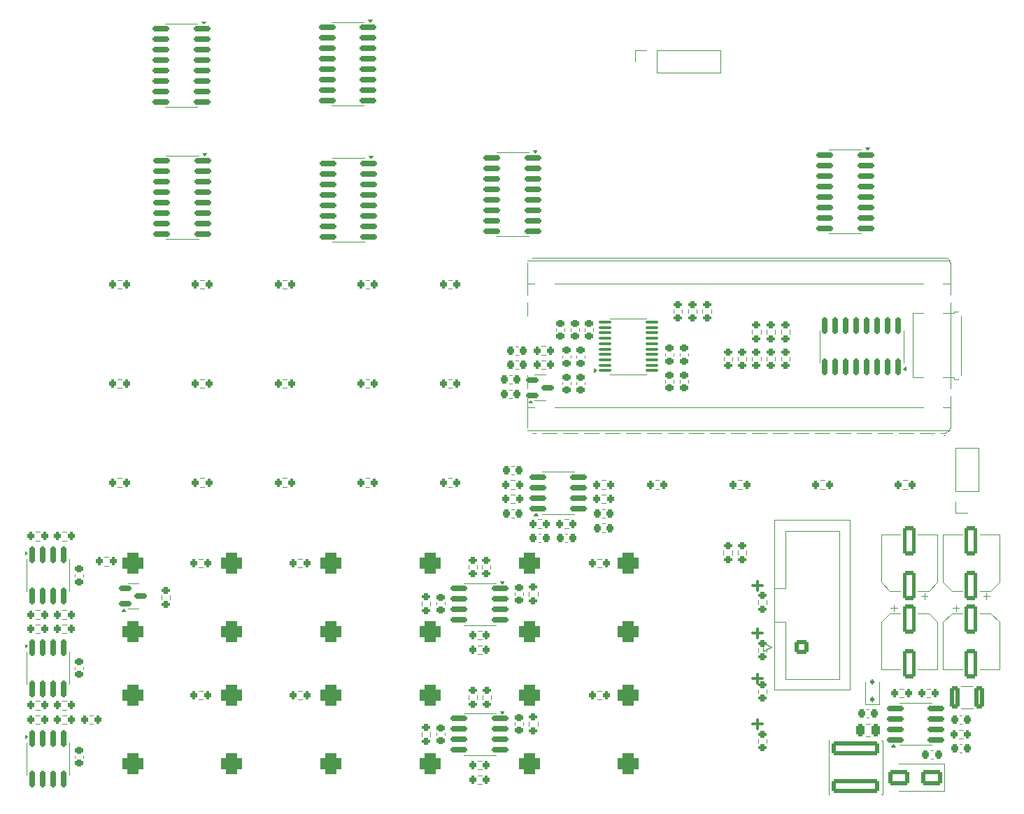
<source format=gbr>
%TF.GenerationSoftware,KiCad,Pcbnew,9.0.1*%
%TF.CreationDate,2025-08-04T13:54:25+01:00*%
%TF.ProjectId,dk2_06,646b325f-3036-42e6-9b69-6361645f7063,rev?*%
%TF.SameCoordinates,Original*%
%TF.FileFunction,Legend,Bot*%
%TF.FilePolarity,Positive*%
%FSLAX46Y46*%
G04 Gerber Fmt 4.6, Leading zero omitted, Abs format (unit mm)*
G04 Created by KiCad (PCBNEW 9.0.1) date 2025-08-04 13:54:25*
%MOMM*%
%LPD*%
G01*
G04 APERTURE LIST*
G04 Aperture macros list*
%AMRoundRect*
0 Rectangle with rounded corners*
0 $1 Rounding radius*
0 $2 $3 $4 $5 $6 $7 $8 $9 X,Y pos of 4 corners*
0 Add a 4 corners polygon primitive as box body*
4,1,4,$2,$3,$4,$5,$6,$7,$8,$9,$2,$3,0*
0 Add four circle primitives for the rounded corners*
1,1,$1+$1,$2,$3*
1,1,$1+$1,$4,$5*
1,1,$1+$1,$6,$7*
1,1,$1+$1,$8,$9*
0 Add four rect primitives between the rounded corners*
20,1,$1+$1,$2,$3,$4,$5,0*
20,1,$1+$1,$4,$5,$6,$7,0*
20,1,$1+$1,$6,$7,$8,$9,0*
20,1,$1+$1,$8,$9,$2,$3,0*%
G04 Aperture macros list end*
%ADD10C,0.300000*%
%ADD11C,0.120000*%
%ADD12C,2.000000*%
%ADD13O,3.100000X2.300000*%
%ADD14RoundRect,0.650000X-0.650000X-0.650000X0.650000X-0.650000X0.650000X0.650000X-0.650000X0.650000X0*%
%ADD15R,1.500000X1.500000*%
%ADD16C,1.500000*%
%ADD17C,1.050000*%
%ADD18R,1.350000X1.350000*%
%ADD19R,1.800000X1.800000*%
%ADD20C,1.800000*%
%ADD21RoundRect,0.200000X0.200000X0.275000X-0.200000X0.275000X-0.200000X-0.275000X0.200000X-0.275000X0*%
%ADD22RoundRect,0.150000X-0.587500X-0.150000X0.587500X-0.150000X0.587500X0.150000X-0.587500X0.150000X0*%
%ADD23RoundRect,0.225000X0.250000X-0.225000X0.250000X0.225000X-0.250000X0.225000X-0.250000X-0.225000X0*%
%ADD24RoundRect,0.225000X0.225000X0.250000X-0.225000X0.250000X-0.225000X-0.250000X0.225000X-0.250000X0*%
%ADD25RoundRect,0.200000X-0.200000X-0.275000X0.200000X-0.275000X0.200000X0.275000X-0.200000X0.275000X0*%
%ADD26RoundRect,0.200000X-0.275000X0.200000X-0.275000X-0.200000X0.275000X-0.200000X0.275000X0.200000X0*%
%ADD27RoundRect,0.250000X-0.550000X1.500000X-0.550000X-1.500000X0.550000X-1.500000X0.550000X1.500000X0*%
%ADD28RoundRect,0.150000X-0.150000X0.825000X-0.150000X-0.825000X0.150000X-0.825000X0.150000X0.825000X0*%
%ADD29RoundRect,0.225000X-0.225000X-0.250000X0.225000X-0.250000X0.225000X0.250000X-0.225000X0.250000X0*%
%ADD30RoundRect,0.200000X0.275000X-0.200000X0.275000X0.200000X-0.275000X0.200000X-0.275000X-0.200000X0*%
%ADD31RoundRect,0.225000X-0.250000X0.225000X-0.250000X-0.225000X0.250000X-0.225000X0.250000X0.225000X0*%
%ADD32RoundRect,0.250000X-0.325000X-1.100000X0.325000X-1.100000X0.325000X1.100000X-0.325000X1.100000X0*%
%ADD33RoundRect,0.150000X0.825000X0.150000X-0.825000X0.150000X-0.825000X-0.150000X0.825000X-0.150000X0*%
%ADD34RoundRect,0.250000X0.550000X-1.500000X0.550000X1.500000X-0.550000X1.500000X-0.550000X-1.500000X0*%
%ADD35RoundRect,0.100000X-0.637500X-0.100000X0.637500X-0.100000X0.637500X0.100000X-0.637500X0.100000X0*%
%ADD36RoundRect,0.112500X0.112500X-0.187500X0.112500X0.187500X-0.112500X0.187500X-0.112500X-0.187500X0*%
%ADD37RoundRect,0.150000X0.150000X-0.825000X0.150000X0.825000X-0.150000X0.825000X-0.150000X-0.825000X0*%
%ADD38RoundRect,0.150000X-0.825000X-0.150000X0.825000X-0.150000X0.825000X0.150000X-0.825000X0.150000X0*%
%ADD39R,1.700000X1.700000*%
%ADD40C,1.700000*%
%ADD41RoundRect,0.250000X0.250000X0.475000X-0.250000X0.475000X-0.250000X-0.475000X0.250000X-0.475000X0*%
%ADD42RoundRect,0.250000X-0.600000X-0.600000X0.600000X-0.600000X0.600000X0.600000X-0.600000X0.600000X0*%
%ADD43RoundRect,0.250000X1.000000X0.650000X-1.000000X0.650000X-1.000000X-0.650000X1.000000X-0.650000X0*%
%ADD44RoundRect,0.250000X2.600000X-0.600000X2.600000X0.600000X-2.600000X0.600000X-2.600000X-0.600000X0*%
%ADD45O,2.720000X3.240000*%
G04 APERTURE END LIST*
D10*
X159054510Y-133020600D02*
X160197368Y-133020600D01*
X159625939Y-132449171D02*
X159625939Y-133592028D01*
X159054510Y-127520600D02*
X160197368Y-127520600D01*
X159625939Y-126949171D02*
X159625939Y-128092028D01*
X159054510Y-138520600D02*
X160197368Y-138520600D01*
X159625939Y-137949171D02*
X159625939Y-139092028D01*
X159054510Y-121770600D02*
X160197368Y-121770600D01*
X159625939Y-121199171D02*
X159625939Y-122342028D01*
D11*
%TO.C,R23*%
X82662258Y-108727500D02*
X82187742Y-108727500D01*
X82662258Y-109772500D02*
X82187742Y-109772500D01*
%TO.C,R27*%
X122662258Y-108727500D02*
X122187742Y-108727500D01*
X122662258Y-109772500D02*
X122187742Y-109772500D01*
%TO.C,U11*%
X133312500Y-96190000D02*
X132662500Y-96190000D01*
X133312500Y-96190000D02*
X133962500Y-96190000D01*
X133312500Y-99310000D02*
X132662500Y-99310000D01*
X133312500Y-99310000D02*
X133962500Y-99310000D01*
X132390000Y-99590000D02*
X131910000Y-99590000D01*
X132150000Y-99260000D01*
X132390000Y-99590000D01*
G36*
X132390000Y-99590000D02*
G01*
X131910000Y-99590000D01*
X132150000Y-99260000D01*
X132390000Y-99590000D01*
G37*
%TO.C,C31*%
X148490000Y-93890580D02*
X148490000Y-93609420D01*
X149510000Y-93890580D02*
X149510000Y-93609420D01*
%TO.C,C7*%
X180890580Y-141740000D02*
X180609420Y-141740000D01*
X180890580Y-142760000D02*
X180609420Y-142760000D01*
%TO.C,R29*%
X125762742Y-127227500D02*
X126237258Y-127227500D01*
X125762742Y-128272500D02*
X126237258Y-128272500D01*
%TO.C,R72*%
X72262742Y-135727500D02*
X72737258Y-135727500D01*
X72262742Y-136772500D02*
X72737258Y-136772500D01*
%TO.C,R1*%
X159727500Y-123512742D02*
X159727500Y-123987258D01*
X160772500Y-123512742D02*
X160772500Y-123987258D01*
%TO.C,R22*%
X122662258Y-96727500D02*
X122187742Y-96727500D01*
X122662258Y-97772500D02*
X122187742Y-97772500D01*
%TO.C,C36*%
X76990000Y-120640580D02*
X76990000Y-120359420D01*
X78010000Y-120640580D02*
X78010000Y-120359420D01*
%TO.C,R61*%
X133987258Y-92727500D02*
X133512742Y-92727500D01*
X133987258Y-93772500D02*
X133512742Y-93772500D01*
%TO.C,R17*%
X122662258Y-84727500D02*
X122187742Y-84727500D01*
X122662258Y-85772500D02*
X122187742Y-85772500D01*
%TO.C,R64*%
X75512742Y-124727500D02*
X75987258Y-124727500D01*
X75512742Y-125772500D02*
X75987258Y-125772500D01*
%TO.C,R18*%
X82662258Y-96727500D02*
X82187742Y-96727500D01*
X82662258Y-97772500D02*
X82187742Y-97772500D01*
%TO.C,R75*%
X92012742Y-134477500D02*
X92487258Y-134477500D01*
X92012742Y-135522500D02*
X92487258Y-135522500D01*
%TO.C,C14*%
X174590000Y-126154437D02*
X174590000Y-131910000D01*
X174590000Y-131910000D02*
X176940000Y-131910000D01*
X175654437Y-125090000D02*
X174590000Y-126154437D01*
X175654437Y-125090000D02*
X176940000Y-125090000D01*
X175758750Y-124456250D02*
X176546250Y-124456250D01*
X176152500Y-124062500D02*
X176152500Y-124850000D01*
X180345563Y-125090000D02*
X179060000Y-125090000D01*
X180345563Y-125090000D02*
X181410000Y-126154437D01*
X181410000Y-126154437D02*
X181410000Y-131910000D01*
X181410000Y-131910000D02*
X179060000Y-131910000D01*
%TO.C,R76*%
X78762742Y-137477500D02*
X79237258Y-137477500D01*
X78762742Y-138522500D02*
X79237258Y-138522500D01*
%TO.C,C8*%
X173140580Y-136740000D02*
X172859420Y-136740000D01*
X173140580Y-137760000D02*
X172859420Y-137760000D01*
%TO.C,U17*%
X71190000Y-142750000D02*
X71190000Y-140800000D01*
X71190000Y-142750000D02*
X71190000Y-144700000D01*
X76310000Y-142750000D02*
X76310000Y-140800000D01*
X76310000Y-142750000D02*
X76310000Y-144700000D01*
X71285000Y-140050000D02*
X70955000Y-140290000D01*
X70955000Y-139810000D01*
X71285000Y-140050000D01*
G36*
X71285000Y-140050000D02*
G01*
X70955000Y-140290000D01*
X70955000Y-139810000D01*
X71285000Y-140050000D01*
G37*
%TO.C,R65*%
X75512742Y-115227500D02*
X75987258Y-115227500D01*
X75512742Y-116272500D02*
X75987258Y-116272500D01*
%TO.C,R43*%
X157737258Y-108977500D02*
X157262742Y-108977500D01*
X157737258Y-110022500D02*
X157262742Y-110022500D01*
%TO.C,C10*%
X184109420Y-140990000D02*
X184390580Y-140990000D01*
X184109420Y-142010000D02*
X184390580Y-142010000D01*
%TO.C,R11*%
X157227500Y-94487258D02*
X157227500Y-94012742D01*
X158272500Y-94487258D02*
X158272500Y-94012742D01*
%TO.C,C27*%
X135990000Y-93859420D02*
X135990000Y-94140580D01*
X137010000Y-93859420D02*
X137010000Y-94140580D01*
%TO.C,C25*%
X135240000Y-90890580D02*
X135240000Y-90609420D01*
X136260000Y-90890580D02*
X136260000Y-90609420D01*
%TO.C,R35*%
X126237258Y-142977500D02*
X125762742Y-142977500D01*
X126237258Y-144022500D02*
X125762742Y-144022500D01*
%TO.C,R9*%
X162477500Y-90762742D02*
X162477500Y-91237258D01*
X163522500Y-90762742D02*
X163522500Y-91237258D01*
%TO.C,C5*%
X129890580Y-97990000D02*
X129609420Y-97990000D01*
X129890580Y-99010000D02*
X129609420Y-99010000D01*
%TO.C,C19*%
X140859420Y-114240000D02*
X141140580Y-114240000D01*
X140859420Y-115260000D02*
X141140580Y-115260000D01*
%TO.C,R5*%
X155567500Y-94487258D02*
X155567500Y-94012742D01*
X156612500Y-94487258D02*
X156612500Y-94012742D01*
%TO.C,C12*%
X184288748Y-133890000D02*
X185711252Y-133890000D01*
X184288748Y-136610000D02*
X185711252Y-136610000D01*
%TO.C,R26*%
X112662258Y-108727500D02*
X112187742Y-108727500D01*
X112662258Y-109772500D02*
X112187742Y-109772500D01*
%TO.C,R44*%
X167737258Y-108977500D02*
X167262742Y-108977500D01*
X167737258Y-110022500D02*
X167262742Y-110022500D01*
%TO.C,U6*%
X89900000Y-53640000D02*
X87950000Y-53640000D01*
X89900000Y-53640000D02*
X91850000Y-53640000D01*
X89900000Y-63760000D02*
X87950000Y-63760000D01*
X89900000Y-63760000D02*
X91850000Y-63760000D01*
X92600000Y-53695000D02*
X92360000Y-53365000D01*
X92840000Y-53365000D01*
X92600000Y-53695000D01*
G36*
X92600000Y-53695000D02*
G01*
X92360000Y-53365000D01*
X92840000Y-53365000D01*
X92600000Y-53695000D01*
G37*
%TO.C,R14*%
X92662258Y-84727500D02*
X92187742Y-84727500D01*
X92662258Y-85772500D02*
X92187742Y-85772500D01*
%TO.C,R8*%
X158977500Y-90762742D02*
X158977500Y-91237258D01*
X160022500Y-90762742D02*
X160022500Y-91237258D01*
%TO.C,U1*%
X170250000Y-68940000D02*
X168300000Y-68940000D01*
X170250000Y-68940000D02*
X172200000Y-68940000D01*
X170250000Y-79060000D02*
X168300000Y-79060000D01*
X170250000Y-79060000D02*
X172200000Y-79060000D01*
X172950000Y-68995000D02*
X172710000Y-68665000D01*
X173190000Y-68665000D01*
X172950000Y-68995000D01*
G36*
X172950000Y-68995000D02*
G01*
X172710000Y-68665000D01*
X173190000Y-68665000D01*
X172950000Y-68995000D01*
G37*
%TO.C,C35*%
X130640580Y-92740000D02*
X130359420Y-92740000D01*
X130640580Y-93760000D02*
X130359420Y-93760000D01*
%TO.C,R67*%
X72262742Y-115227500D02*
X72737258Y-115227500D01*
X72262742Y-116272500D02*
X72737258Y-116272500D01*
%TO.C,R30*%
X126277500Y-119262742D02*
X126277500Y-119737258D01*
X127322500Y-119262742D02*
X127322500Y-119737258D01*
%TO.C,R15*%
X102662258Y-84727500D02*
X102187742Y-84727500D01*
X102662258Y-85772500D02*
X102187742Y-85772500D01*
%TO.C,R36*%
X126327500Y-135062742D02*
X126327500Y-135537258D01*
X127372500Y-135062742D02*
X127372500Y-135537258D01*
%TO.C,R21*%
X112662258Y-96727500D02*
X112187742Y-96727500D01*
X112662258Y-97772500D02*
X112187742Y-97772500D01*
%TO.C,C16*%
X174590000Y-115590000D02*
X176940000Y-115590000D01*
X174590000Y-121345563D02*
X174590000Y-115590000D01*
X175654437Y-122410000D02*
X174590000Y-121345563D01*
X175654437Y-122410000D02*
X176940000Y-122410000D01*
X179847500Y-123437500D02*
X179847500Y-122650000D01*
X180241250Y-123043750D02*
X179453750Y-123043750D01*
X180345563Y-122410000D02*
X179060000Y-122410000D01*
X180345563Y-122410000D02*
X181410000Y-121345563D01*
X181410000Y-115590000D02*
X179060000Y-115590000D01*
X181410000Y-121345563D02*
X181410000Y-115590000D01*
%TO.C,R20*%
X102662258Y-96727500D02*
X102187742Y-96727500D01*
X102662258Y-97772500D02*
X102187742Y-97772500D01*
%TO.C,R10*%
X160727500Y-94487258D02*
X160727500Y-94012742D01*
X161772500Y-94487258D02*
X161772500Y-94012742D01*
%TO.C,R13*%
X82662258Y-84727500D02*
X82187742Y-84727500D01*
X82662258Y-85772500D02*
X82187742Y-85772500D01*
%TO.C,U15*%
X71190000Y-120500000D02*
X71190000Y-118550000D01*
X71190000Y-120500000D02*
X71190000Y-122450000D01*
X76310000Y-120500000D02*
X76310000Y-118550000D01*
X76310000Y-120500000D02*
X76310000Y-122450000D01*
X71285000Y-117800000D02*
X70955000Y-118040000D01*
X70955000Y-117560000D01*
X71285000Y-117800000D01*
G36*
X71285000Y-117800000D02*
G01*
X70955000Y-118040000D01*
X70955000Y-117560000D01*
X71285000Y-117800000D01*
G37*
%TO.C,C22*%
X136640580Y-115490000D02*
X136359420Y-115490000D01*
X136640580Y-116510000D02*
X136359420Y-116510000D01*
%TO.C,C38*%
X76990000Y-142640580D02*
X76990000Y-142359420D01*
X78010000Y-142640580D02*
X78010000Y-142359420D01*
%TO.C,R4*%
X159727500Y-140337742D02*
X159727500Y-140812258D01*
X160772500Y-140337742D02*
X160772500Y-140812258D01*
%TO.C,U14*%
X144000000Y-89365000D02*
X141800000Y-89365000D01*
X144000000Y-89365000D02*
X146200000Y-89365000D01*
X144000000Y-96135000D02*
X141800000Y-96135000D01*
X144000000Y-96135000D02*
X146200000Y-96135000D01*
X140140000Y-95675000D02*
X139810000Y-95915000D01*
X139810000Y-95435000D01*
X140140000Y-95675000D01*
G36*
X140140000Y-95675000D02*
G01*
X139810000Y-95915000D01*
X139810000Y-95435000D01*
X140140000Y-95675000D01*
G37*
%TO.C,R51*%
X130237258Y-110727500D02*
X129762742Y-110727500D01*
X130237258Y-111772500D02*
X129762742Y-111772500D01*
%TO.C,R68*%
X104012742Y-118477500D02*
X104487258Y-118477500D01*
X104012742Y-119522500D02*
X104487258Y-119522500D01*
%TO.C,C28*%
X148490000Y-97140580D02*
X148490000Y-96859420D01*
X149510000Y-97140580D02*
X149510000Y-96859420D01*
%TO.C,R59*%
X149477500Y-88737258D02*
X149477500Y-88262742D01*
X150522500Y-88737258D02*
X150522500Y-88262742D01*
%TO.C,C23*%
X138740000Y-90890580D02*
X138740000Y-90609420D01*
X139760000Y-90890580D02*
X139760000Y-90609420D01*
%TO.C,C26*%
X137740000Y-94140580D02*
X137740000Y-93859420D01*
X138760000Y-94140580D02*
X138760000Y-93859420D01*
%TO.C,R7*%
X158977500Y-94487258D02*
X158977500Y-94012742D01*
X160022500Y-94487258D02*
X160022500Y-94012742D01*
%TO.C,C4*%
X120740000Y-139890580D02*
X120740000Y-139609420D01*
X121760000Y-139890580D02*
X121760000Y-139609420D01*
%TO.C,R16*%
X112662258Y-84727500D02*
X112187742Y-84727500D01*
X112662258Y-85772500D02*
X112187742Y-85772500D01*
%TO.C,C11*%
X184109420Y-137490000D02*
X184390580Y-137490000D01*
X184109420Y-138510000D02*
X184390580Y-138510000D01*
%TO.C,R46*%
X184012742Y-139227500D02*
X184487258Y-139227500D01*
X184012742Y-140272500D02*
X184487258Y-140272500D01*
%TO.C,R60*%
X133987258Y-94477500D02*
X133512742Y-94477500D01*
X133987258Y-95522500D02*
X133512742Y-95522500D01*
%TO.C,R6*%
X162477500Y-94487258D02*
X162477500Y-94012742D01*
X163522500Y-94487258D02*
X163522500Y-94012742D01*
%TO.C,R78*%
X72262742Y-137477500D02*
X72737258Y-137477500D01*
X72262742Y-138522500D02*
X72737258Y-138522500D01*
%TO.C,D6*%
X172650000Y-136110000D02*
X172650000Y-133450000D01*
X174350000Y-136110000D02*
X172650000Y-136110000D01*
X174350000Y-136110000D02*
X174350000Y-133450000D01*
%TO.C,R69*%
X92012742Y-118477500D02*
X92487258Y-118477500D01*
X92012742Y-119522500D02*
X92487258Y-119522500D01*
%TO.C,C21*%
X133390580Y-115490000D02*
X133109420Y-115490000D01*
X133390580Y-116510000D02*
X133109420Y-116510000D01*
%TO.C,C24*%
X136990000Y-90890580D02*
X136990000Y-90609420D01*
X138010000Y-90890580D02*
X138010000Y-90609420D01*
%TO.C,R53*%
X133487258Y-113727500D02*
X133012742Y-113727500D01*
X133487258Y-114772500D02*
X133012742Y-114772500D01*
%TO.C,U2*%
X167190000Y-92750000D02*
X167190000Y-90800000D01*
X167190000Y-92750000D02*
X167190000Y-94700000D01*
X177310000Y-92750000D02*
X177310000Y-90800000D01*
X177310000Y-92750000D02*
X177310000Y-94700000D01*
X177585000Y-95690000D02*
X177255000Y-95450000D01*
X177585000Y-95210000D01*
X177585000Y-95690000D01*
G36*
X177585000Y-95690000D02*
G01*
X177255000Y-95450000D01*
X177585000Y-95210000D01*
X177585000Y-95690000D01*
G37*
%TO.C,C29*%
X150240000Y-93890580D02*
X150240000Y-93609420D01*
X151260000Y-93890580D02*
X151260000Y-93609420D01*
%TO.C,C17*%
X129859420Y-112490000D02*
X130140580Y-112490000D01*
X129859420Y-113510000D02*
X130140580Y-113510000D01*
%TO.C,R42*%
X155527500Y-117987258D02*
X155527500Y-117512742D01*
X156572500Y-117987258D02*
X156572500Y-117512742D01*
%TO.C,U9*%
X110025000Y-53465000D02*
X108075000Y-53465000D01*
X110025000Y-53465000D02*
X111975000Y-53465000D01*
X110025000Y-63585000D02*
X108075000Y-63585000D01*
X110025000Y-63585000D02*
X111975000Y-63585000D01*
X112725000Y-53520000D02*
X112485000Y-53190000D01*
X112965000Y-53190000D01*
X112725000Y-53520000D01*
G36*
X112725000Y-53520000D02*
G01*
X112485000Y-53190000D01*
X112965000Y-53190000D01*
X112725000Y-53520000D01*
G37*
%TO.C,C2*%
X120740000Y-124060580D02*
X120740000Y-123779420D01*
X121760000Y-124060580D02*
X121760000Y-123779420D01*
%TO.C,U13*%
X135500000Y-107940000D02*
X133550000Y-107940000D01*
X135500000Y-107940000D02*
X137450000Y-107940000D01*
X135500000Y-113060000D02*
X133550000Y-113060000D01*
X135500000Y-113060000D02*
X137450000Y-113060000D01*
X133040000Y-113295000D02*
X132560000Y-113295000D01*
X132800000Y-112965000D01*
X133040000Y-113295000D01*
G36*
X133040000Y-113295000D02*
G01*
X132560000Y-113295000D01*
X132800000Y-112965000D01*
X133040000Y-113295000D01*
G37*
%TO.C,R56*%
X140262742Y-134477500D02*
X140737258Y-134477500D01*
X140262742Y-135522500D02*
X140737258Y-135522500D01*
%TO.C,R2*%
X159727500Y-129337742D02*
X159727500Y-129812258D01*
X160772500Y-129337742D02*
X160772500Y-129812258D01*
%TO.C,J10*%
X183620000Y-105080000D02*
X186380000Y-105080000D01*
X183620000Y-110270000D02*
X183620000Y-105080000D01*
X183620000Y-110270000D02*
X186380000Y-110270000D01*
X183620000Y-111540000D02*
X183620000Y-112920000D01*
X183620000Y-112920000D02*
X185000000Y-112920000D01*
X186380000Y-110270000D02*
X186380000Y-105080000D01*
%TO.C,R77*%
X75512742Y-137477500D02*
X75987258Y-137477500D01*
X75512742Y-138522500D02*
X75987258Y-138522500D01*
%TO.C,Q1*%
X84062500Y-121440000D02*
X83412500Y-121440000D01*
X84062500Y-121440000D02*
X84712500Y-121440000D01*
X84062500Y-124560000D02*
X83412500Y-124560000D01*
X84062500Y-124560000D02*
X84712500Y-124560000D01*
X83140000Y-124840000D02*
X82660000Y-124840000D01*
X82900000Y-124510000D01*
X83140000Y-124840000D01*
G36*
X83140000Y-124840000D02*
G01*
X82660000Y-124840000D01*
X82900000Y-124510000D01*
X83140000Y-124840000D01*
G37*
%TO.C,R52*%
X140762742Y-110727500D02*
X141237258Y-110727500D01*
X140762742Y-111772500D02*
X141237258Y-111772500D01*
%TO.C,C33*%
X130640580Y-94490000D02*
X130359420Y-94490000D01*
X130640580Y-95510000D02*
X130359420Y-95510000D01*
%TO.C,C15*%
X182090000Y-115590000D02*
X184440000Y-115590000D01*
X182090000Y-121345563D02*
X182090000Y-115590000D01*
X183154437Y-122410000D02*
X182090000Y-121345563D01*
X183154437Y-122410000D02*
X184440000Y-122410000D01*
X187347500Y-123437500D02*
X187347500Y-122650000D01*
X187741250Y-123043750D02*
X186953750Y-123043750D01*
X187845563Y-122410000D02*
X186560000Y-122410000D01*
X187845563Y-122410000D02*
X188910000Y-121345563D01*
X188910000Y-115590000D02*
X186560000Y-115590000D01*
X188910000Y-121345563D02*
X188910000Y-115590000D01*
%TO.C,R12*%
X160727500Y-90762742D02*
X160727500Y-91237258D01*
X161772500Y-90762742D02*
X161772500Y-91237258D01*
%TO.C,C6*%
X173261252Y-138515000D02*
X172738748Y-138515000D01*
X173261252Y-139985000D02*
X172738748Y-139985000D01*
%TO.C,C32*%
X137740000Y-97390580D02*
X137740000Y-97109420D01*
X138760000Y-97390580D02*
X138760000Y-97109420D01*
%TO.C,J16*%
X160320000Y-128680000D02*
X161320000Y-129180000D01*
X160320000Y-129680000D02*
X160320000Y-128680000D01*
X161320000Y-129180000D02*
X160320000Y-129680000D01*
X161710000Y-113810000D02*
X161710000Y-134390000D01*
X161710000Y-126150000D02*
X163020000Y-126150000D01*
X161710000Y-134390000D02*
X170830000Y-134390000D01*
X163020000Y-115110000D02*
X163020000Y-122050000D01*
X163020000Y-122050000D02*
X161710000Y-122050000D01*
X163020000Y-122050000D02*
X163020000Y-122050000D01*
X163020000Y-126150000D02*
X163020000Y-133090000D01*
X163020000Y-133090000D02*
X169520000Y-133090000D01*
X169520000Y-115110000D02*
X163020000Y-115110000D01*
X169520000Y-133090000D02*
X169520000Y-115110000D01*
X170830000Y-113810000D02*
X161710000Y-113810000D01*
X170830000Y-134390000D02*
X170830000Y-113810000D01*
%TO.C,U5*%
X110100000Y-69940000D02*
X108150000Y-69940000D01*
X110100000Y-69940000D02*
X112050000Y-69940000D01*
X110100000Y-80060000D02*
X108150000Y-80060000D01*
X110100000Y-80060000D02*
X112050000Y-80060000D01*
X112800000Y-69995000D02*
X112560000Y-69665000D01*
X113040000Y-69665000D01*
X112800000Y-69995000D01*
G36*
X112800000Y-69995000D02*
G01*
X112560000Y-69665000D01*
X113040000Y-69665000D01*
X112800000Y-69995000D01*
G37*
%TO.C,C1*%
X130240000Y-122890580D02*
X130240000Y-122609420D01*
X131260000Y-122890580D02*
X131260000Y-122609420D01*
%TO.C,C13*%
X182090000Y-126154437D02*
X182090000Y-131910000D01*
X182090000Y-131910000D02*
X184440000Y-131910000D01*
X183154437Y-125090000D02*
X182090000Y-126154437D01*
X183154437Y-125090000D02*
X184440000Y-125090000D01*
X183258750Y-124456250D02*
X184046250Y-124456250D01*
X183652500Y-124062500D02*
X183652500Y-124850000D01*
X187845563Y-125090000D02*
X186560000Y-125090000D01*
X187845563Y-125090000D02*
X188910000Y-126154437D01*
X188910000Y-126154437D02*
X188910000Y-131910000D01*
X188910000Y-131910000D02*
X186560000Y-131910000D01*
%TO.C,R28*%
X147737258Y-108977500D02*
X147262742Y-108977500D01*
X147737258Y-110022500D02*
X147262742Y-110022500D01*
%TO.C,R34*%
X118977500Y-124157258D02*
X118977500Y-123682742D01*
X120022500Y-124157258D02*
X120022500Y-123682742D01*
%TO.C,R33*%
X131977500Y-122987258D02*
X131977500Y-122512742D01*
X133022500Y-122987258D02*
X133022500Y-122512742D01*
%TO.C,U12*%
X178750000Y-135940000D02*
X176800000Y-135940000D01*
X178750000Y-135940000D02*
X180700000Y-135940000D01*
X178750000Y-141060000D02*
X176800000Y-141060000D01*
X178750000Y-141060000D02*
X180700000Y-141060000D01*
X176290000Y-141295000D02*
X175810000Y-141295000D01*
X176050000Y-140965000D01*
X176290000Y-141295000D01*
G36*
X176290000Y-141295000D02*
G01*
X175810000Y-141295000D01*
X176050000Y-140965000D01*
X176290000Y-141295000D01*
G37*
%TO.C,D5*%
X182260000Y-143350000D02*
X176750000Y-143350000D01*
X182260000Y-143350000D02*
X182260000Y-146650000D01*
X182260000Y-146650000D02*
X176750000Y-146650000D01*
%TO.C,R58*%
X152977500Y-88262742D02*
X152977500Y-88737258D01*
X154022500Y-88262742D02*
X154022500Y-88737258D01*
%TO.C,C18*%
X141140580Y-112490000D02*
X140859420Y-112490000D01*
X141140580Y-113510000D02*
X140859420Y-113510000D01*
%TO.C,R66*%
X72262742Y-124727500D02*
X72737258Y-124727500D01*
X72262742Y-125772500D02*
X72737258Y-125772500D01*
%TO.C,U10*%
X129975000Y-69265000D02*
X128025000Y-69265000D01*
X129975000Y-69265000D02*
X131925000Y-69265000D01*
X129975000Y-79385000D02*
X128025000Y-79385000D01*
X129975000Y-79385000D02*
X131925000Y-79385000D01*
X132675000Y-69320000D02*
X132435000Y-68990000D01*
X132915000Y-68990000D01*
X132675000Y-69320000D01*
G36*
X132675000Y-69320000D02*
G01*
X132435000Y-68990000D01*
X132915000Y-68990000D01*
X132675000Y-69320000D01*
G37*
%TO.C,C9*%
X129890580Y-96240000D02*
X129609420Y-96240000D01*
X129890580Y-97260000D02*
X129609420Y-97260000D01*
%TO.C,R62*%
X81037258Y-118277500D02*
X80562742Y-118277500D01*
X81037258Y-119322500D02*
X80562742Y-119322500D01*
%TO.C,C20*%
X129859420Y-107240000D02*
X130140580Y-107240000D01*
X129859420Y-108260000D02*
X130140580Y-108260000D01*
%TO.C,R49*%
X129762742Y-108977500D02*
X130237258Y-108977500D01*
X129762742Y-110022500D02*
X130237258Y-110022500D01*
%TO.C,U7*%
X126000000Y-121440000D02*
X124050000Y-121440000D01*
X126000000Y-121440000D02*
X127950000Y-121440000D01*
X126000000Y-126560000D02*
X124050000Y-126560000D01*
X126000000Y-126560000D02*
X127950000Y-126560000D01*
X128700000Y-121535000D02*
X128460000Y-121205000D01*
X128940000Y-121205000D01*
X128700000Y-121535000D01*
G36*
X128700000Y-121535000D02*
G01*
X128460000Y-121205000D01*
X128940000Y-121205000D01*
X128700000Y-121535000D01*
G37*
%TO.C,C3*%
X130240000Y-138640580D02*
X130240000Y-138359420D01*
X131260000Y-138640580D02*
X131260000Y-138359420D01*
%TO.C,R41*%
X157227500Y-117987258D02*
X157227500Y-117512742D01*
X158272500Y-117987258D02*
X158272500Y-117512742D01*
%TO.C,R48*%
X180087742Y-134227500D02*
X180562258Y-134227500D01*
X180087742Y-135272500D02*
X180562258Y-135272500D01*
%TO.C,C37*%
X76990000Y-131890580D02*
X76990000Y-131609420D01*
X78010000Y-131890580D02*
X78010000Y-131609420D01*
%TO.C,R57*%
X151227500Y-88262742D02*
X151227500Y-88737258D01*
X152272500Y-88262742D02*
X152272500Y-88737258D01*
%TO.C,R25*%
X102662258Y-108727500D02*
X102187742Y-108727500D01*
X102662258Y-109772500D02*
X102187742Y-109772500D01*
%TO.C,R74*%
X104012742Y-134477500D02*
X104487258Y-134477500D01*
X104012742Y-135522500D02*
X104487258Y-135522500D01*
%TO.C,R50*%
X140762742Y-108977500D02*
X141237258Y-108977500D01*
X140762742Y-110022500D02*
X141237258Y-110022500D01*
%TO.C,C34*%
X135990000Y-97390580D02*
X135990000Y-97109420D01*
X137010000Y-97390580D02*
X137010000Y-97109420D01*
%TO.C,R47*%
X176837742Y-134227500D02*
X177312258Y-134227500D01*
X176837742Y-135272500D02*
X177312258Y-135272500D01*
%TO.C,R70*%
X75512742Y-135727500D02*
X75987258Y-135727500D01*
X75512742Y-136772500D02*
X75987258Y-136772500D01*
%TO.C,U8*%
X126000000Y-137190000D02*
X124050000Y-137190000D01*
X126000000Y-137190000D02*
X127950000Y-137190000D01*
X126000000Y-142310000D02*
X124050000Y-142310000D01*
X126000000Y-142310000D02*
X127950000Y-142310000D01*
X128700000Y-137285000D02*
X128460000Y-136955000D01*
X128940000Y-136955000D01*
X128700000Y-137285000D01*
G36*
X128700000Y-137285000D02*
G01*
X128460000Y-136955000D01*
X128940000Y-136955000D01*
X128700000Y-137285000D01*
G37*
%TO.C,J15*%
X144810000Y-56870000D02*
X144810000Y-58250000D01*
X146190000Y-56870000D02*
X144810000Y-56870000D01*
X147460000Y-56870000D02*
X147460000Y-59630000D01*
X147460000Y-56870000D02*
X155190000Y-56870000D01*
X147460000Y-59630000D02*
X155190000Y-59630000D01*
X155190000Y-56870000D02*
X155190000Y-59630000D01*
%TO.C,R31*%
X125762742Y-128977500D02*
X126237258Y-128977500D01*
X125762742Y-130022500D02*
X126237258Y-130022500D01*
%TO.C,R39*%
X131977500Y-138737258D02*
X131977500Y-138262742D01*
X133022500Y-138737258D02*
X133022500Y-138262742D01*
%TO.C,R32*%
X124677500Y-119262742D02*
X124677500Y-119737258D01*
X125722500Y-119262742D02*
X125722500Y-119737258D01*
%TO.C,R45*%
X177737258Y-108977500D02*
X177262742Y-108977500D01*
X177737258Y-110022500D02*
X177262742Y-110022500D01*
%TO.C,R3*%
X159727500Y-134337742D02*
X159727500Y-134812258D01*
X160772500Y-134337742D02*
X160772500Y-134812258D01*
%TO.C,R55*%
X140262742Y-118477500D02*
X140737258Y-118477500D01*
X140262742Y-119522500D02*
X140737258Y-119522500D01*
%TO.C,R54*%
X136737258Y-113727500D02*
X136262742Y-113727500D01*
X136737258Y-114772500D02*
X136262742Y-114772500D01*
%TO.C,C30*%
X150240000Y-97140580D02*
X150240000Y-96859420D01*
X151260000Y-97140580D02*
X151260000Y-96859420D01*
%TO.C,R37*%
X126237258Y-144727500D02*
X125762742Y-144727500D01*
X126237258Y-145772500D02*
X125762742Y-145772500D01*
%TO.C,R38*%
X124677500Y-135062742D02*
X124677500Y-135537258D01*
X125722500Y-135062742D02*
X125722500Y-135537258D01*
%TO.C,R40*%
X118977500Y-139987258D02*
X118977500Y-139512742D01*
X120022500Y-139987258D02*
X120022500Y-139512742D01*
%TO.C,A1*%
X131750000Y-86477939D02*
X131750000Y-82640000D01*
X131750000Y-87402061D02*
X131750000Y-89040000D01*
X131750000Y-96240000D02*
X131750000Y-97877939D01*
X131750000Y-102640000D02*
X131750000Y-98802061D01*
X131813000Y-82370000D02*
X182907000Y-82370000D01*
X132663520Y-85130000D02*
X131750000Y-85130000D01*
X132663520Y-100150000D02*
X131750000Y-100150000D01*
X178450000Y-88740000D02*
X178450000Y-96540000D01*
X179663520Y-85130000D02*
X135056480Y-85130000D01*
X179663520Y-100150000D02*
X135056480Y-100150000D01*
X179666000Y-88740000D02*
X178450000Y-88740000D01*
X179666000Y-96540000D02*
X178450000Y-96540000D01*
X180690000Y-103570000D02*
X182290000Y-103570000D01*
X182360000Y-82030000D02*
X132360000Y-82030000D01*
X182360000Y-103250000D02*
X132360000Y-103250000D01*
X182907000Y-102910000D02*
X131813000Y-102910000D01*
X182970000Y-82640000D02*
X182970000Y-85130000D01*
X182970000Y-85130000D02*
X182056480Y-85130000D01*
X182970000Y-86477939D02*
X182970000Y-85130000D01*
X182970000Y-88405000D02*
X182970000Y-87402061D01*
X182970000Y-96875000D02*
X182970000Y-88405000D01*
X182970000Y-97877939D02*
X182970000Y-96875000D01*
X182970000Y-100150000D02*
X182056480Y-100150000D01*
X182970000Y-100150000D02*
X182970000Y-98802060D01*
X182970000Y-102640000D02*
X182970000Y-100150000D01*
X183450000Y-88530000D02*
X183450000Y-88740000D01*
X183450000Y-88740000D02*
X182054000Y-88740000D01*
X183450000Y-96540000D02*
X182054000Y-96540000D01*
X183450000Y-96750000D02*
X183450000Y-96540000D01*
X184270000Y-88530000D02*
X183450000Y-88530000D01*
X184270000Y-96750000D02*
X183450000Y-96750000D01*
X184270000Y-96750000D02*
X184270000Y-88530000D01*
X182360000Y-82030000D02*
G75*
G02*
X182970000Y-82640000I0J-610000D01*
G01*
X182970000Y-102640000D02*
G75*
G02*
X182360000Y-103250000I-610000J0D01*
G01*
%TO.C,R71*%
X75512742Y-126477500D02*
X75987258Y-126477500D01*
X75512742Y-127522500D02*
X75987258Y-127522500D01*
%TO.C,R19*%
X92662258Y-96727500D02*
X92187742Y-96727500D01*
X92662258Y-97772500D02*
X92187742Y-97772500D01*
%TO.C,R24*%
X92662258Y-108727500D02*
X92187742Y-108727500D01*
X92662258Y-109772500D02*
X92187742Y-109772500D01*
%TO.C,U16*%
X71190000Y-131750000D02*
X71190000Y-129800000D01*
X71190000Y-131750000D02*
X71190000Y-133700000D01*
X76310000Y-131750000D02*
X76310000Y-129800000D01*
X76310000Y-131750000D02*
X76310000Y-133700000D01*
X71285000Y-129050000D02*
X70955000Y-129290000D01*
X70955000Y-128810000D01*
X71285000Y-129050000D01*
G36*
X71285000Y-129050000D02*
G01*
X70955000Y-129290000D01*
X70955000Y-128810000D01*
X71285000Y-129050000D01*
G37*
%TO.C,R73*%
X72262742Y-126477500D02*
X72737258Y-126477500D01*
X72262742Y-127522500D02*
X72737258Y-127522500D01*
%TO.C,U4*%
X90000000Y-69640000D02*
X88050000Y-69640000D01*
X90000000Y-69640000D02*
X91950000Y-69640000D01*
X90000000Y-79760000D02*
X88050000Y-79760000D01*
X90000000Y-79760000D02*
X91950000Y-79760000D01*
X92700000Y-69695000D02*
X92460000Y-69365000D01*
X92940000Y-69365000D01*
X92700000Y-69695000D01*
G36*
X92700000Y-69695000D02*
G01*
X92460000Y-69365000D01*
X92940000Y-69365000D01*
X92700000Y-69695000D01*
G37*
%TO.C,R63*%
X87477500Y-123412258D02*
X87477500Y-122937742D01*
X88522500Y-123412258D02*
X88522500Y-122937742D01*
%TO.C,L1*%
X168240000Y-140490000D02*
X168390000Y-140490000D01*
X168240000Y-147010000D02*
X168240000Y-140490000D01*
X168240000Y-147010000D02*
X168390000Y-147010000D01*
X174760000Y-140490000D02*
X174610000Y-140490000D01*
X174760000Y-147010000D02*
X174610000Y-147010000D01*
X174760000Y-147010000D02*
X174760000Y-140490000D01*
%TD*%
%LPC*%
D12*
%TO.C,SW10*%
X119250000Y-95250000D03*
X125750000Y-95250000D03*
X119250000Y-99750000D03*
X125750000Y-99750000D03*
%TD*%
%TO.C,SW8*%
X99250000Y-95250000D03*
X105750000Y-95250000D03*
X99250000Y-99750000D03*
X105750000Y-99750000D03*
%TD*%
D13*
%TO.C,J1*%
X96000000Y-130400000D03*
D14*
X96000000Y-119000000D03*
X96000000Y-127300000D03*
%TD*%
D13*
%TO.C,J12*%
X132000000Y-130400000D03*
D14*
X132000000Y-119000000D03*
X132000000Y-127300000D03*
%TD*%
D13*
%TO.C,J11*%
X120000000Y-130400000D03*
D14*
X120000000Y-119000000D03*
X120000000Y-127300000D03*
%TD*%
D12*
%TO.C,SW19*%
X174250000Y-107250000D03*
X180750000Y-107250000D03*
X174250000Y-111750000D03*
X180750000Y-111750000D03*
%TD*%
D13*
%TO.C,J9*%
X144000000Y-146400000D03*
D14*
X144000000Y-135000000D03*
X144000000Y-143300000D03*
%TD*%
D12*
%TO.C,SW3*%
X99250000Y-83250000D03*
X105750000Y-83250000D03*
X99250000Y-87750000D03*
X105750000Y-87750000D03*
%TD*%
D13*
%TO.C,J3*%
X84000000Y-130400000D03*
D14*
X84000000Y-119000000D03*
X84000000Y-127300000D03*
%TD*%
D12*
%TO.C,SW9*%
X109250000Y-95250000D03*
X115750000Y-95250000D03*
X109250000Y-99750000D03*
X115750000Y-99750000D03*
%TD*%
D13*
%TO.C,J13*%
X120000000Y-146400000D03*
D14*
X120000000Y-135000000D03*
X120000000Y-143300000D03*
%TD*%
D13*
%TO.C,J14*%
X132000000Y-146400000D03*
D14*
X132000000Y-135000000D03*
X132000000Y-143300000D03*
%TD*%
D12*
%TO.C,SW6*%
X79250000Y-95250000D03*
X85750000Y-95250000D03*
X79250000Y-99750000D03*
X85750000Y-99750000D03*
%TD*%
%TO.C,SW17*%
X154250000Y-107250000D03*
X160750000Y-107250000D03*
X154250000Y-111750000D03*
X160750000Y-111750000D03*
%TD*%
%TO.C,SW1*%
X79250000Y-83250000D03*
X85750000Y-83250000D03*
X79250000Y-87750000D03*
X85750000Y-87750000D03*
%TD*%
D15*
%TO.C,U3*%
X156150000Y-97810000D03*
D16*
X158690000Y-97810000D03*
X161230000Y-97810000D03*
X163770000Y-97810000D03*
X166310000Y-97810000D03*
X168850000Y-97810000D03*
X168850000Y-87650000D03*
X166310000Y-87650000D03*
X163770000Y-87650000D03*
X161230000Y-87650000D03*
X158690000Y-87650000D03*
X156150000Y-87650000D03*
%TD*%
D17*
%TO.C,J5*%
X181550000Y-96550000D03*
X180450000Y-95450000D03*
X181550000Y-94350000D03*
X180450000Y-93250000D03*
X181550000Y-92150000D03*
X180450000Y-91050000D03*
X181550000Y-89950000D03*
X180450000Y-88850000D03*
D18*
X184720000Y-97000000D03*
X184720000Y-88400000D03*
%TD*%
D19*
%TO.C,D3*%
X155725000Y-134600000D03*
D20*
X158265000Y-134600000D03*
%TD*%
D13*
%TO.C,J6*%
X96000000Y-146400000D03*
D14*
X96000000Y-135000000D03*
X96000000Y-143300000D03*
%TD*%
D12*
%TO.C,SW15*%
X119250000Y-107250000D03*
X125750000Y-107250000D03*
X119250000Y-111750000D03*
X125750000Y-111750000D03*
%TD*%
%TO.C,SW13*%
X99250000Y-107250000D03*
X105750000Y-107250000D03*
X99250000Y-111750000D03*
X105750000Y-111750000D03*
%TD*%
%TO.C,SW18*%
X164250000Y-107250000D03*
X170750000Y-107250000D03*
X164250000Y-111750000D03*
X170750000Y-111750000D03*
%TD*%
%TO.C,SW11*%
X79250000Y-107250000D03*
X85750000Y-107250000D03*
X79250000Y-111750000D03*
X85750000Y-111750000D03*
%TD*%
%TO.C,SW2*%
X89250000Y-83250000D03*
X95750000Y-83250000D03*
X89250000Y-87750000D03*
X95750000Y-87750000D03*
%TD*%
%TO.C,SW7*%
X89250000Y-95250000D03*
X95750000Y-95250000D03*
X89250000Y-99750000D03*
X95750000Y-99750000D03*
%TD*%
D19*
%TO.C,D2*%
X155725000Y-129050000D03*
D20*
X158265000Y-129050000D03*
%TD*%
D19*
%TO.C,D1*%
X155725000Y-123500000D03*
D20*
X158265000Y-123500000D03*
%TD*%
D13*
%TO.C,J4*%
X144000000Y-130400000D03*
D14*
X144000000Y-119000000D03*
X144000000Y-127300000D03*
%TD*%
D12*
%TO.C,SW12*%
X89250000Y-107250000D03*
X95750000Y-107250000D03*
X89250000Y-111750000D03*
X95750000Y-111750000D03*
%TD*%
D19*
%TO.C,D4*%
X155725000Y-140150000D03*
D20*
X158265000Y-140150000D03*
%TD*%
D12*
%TO.C,SW4*%
X109250000Y-83250000D03*
X115750000Y-83250000D03*
X109250000Y-87750000D03*
X115750000Y-87750000D03*
%TD*%
D13*
%TO.C,J7*%
X108000000Y-146400000D03*
D14*
X108000000Y-135000000D03*
X108000000Y-143300000D03*
%TD*%
D13*
%TO.C,J2*%
X108000000Y-130400000D03*
D14*
X108000000Y-119000000D03*
X108000000Y-127300000D03*
%TD*%
D12*
%TO.C,SW5*%
X119250000Y-83250000D03*
X125750000Y-83250000D03*
X119250000Y-87750000D03*
X125750000Y-87750000D03*
%TD*%
%TO.C,SW16*%
X144250000Y-107250000D03*
X150750000Y-107250000D03*
X144250000Y-111750000D03*
X150750000Y-111750000D03*
%TD*%
D13*
%TO.C,J8*%
X84000000Y-146400000D03*
D14*
X84000000Y-135000000D03*
X84000000Y-143300000D03*
%TD*%
D12*
%TO.C,SW14*%
X109250000Y-107250000D03*
X115750000Y-107250000D03*
X109250000Y-111750000D03*
X115750000Y-111750000D03*
%TD*%
D21*
%TO.C,R23*%
X83250000Y-109250000D03*
X81600000Y-109250000D03*
%TD*%
%TO.C,R27*%
X123250000Y-109250000D03*
X121600000Y-109250000D03*
%TD*%
D22*
%TO.C,U11*%
X132375000Y-98700000D03*
X132375000Y-96800000D03*
X134250000Y-97750000D03*
%TD*%
D23*
%TO.C,C31*%
X149000000Y-94525000D03*
X149000000Y-92975000D03*
%TD*%
D24*
%TO.C,C7*%
X181525000Y-142250000D03*
X179975000Y-142250000D03*
%TD*%
D25*
%TO.C,R29*%
X125175000Y-127750000D03*
X126825000Y-127750000D03*
%TD*%
%TO.C,R72*%
X71675000Y-136250000D03*
X73325000Y-136250000D03*
%TD*%
D26*
%TO.C,R1*%
X160250000Y-122925000D03*
X160250000Y-124575000D03*
%TD*%
D21*
%TO.C,R22*%
X123250000Y-97250000D03*
X121600000Y-97250000D03*
%TD*%
D23*
%TO.C,C36*%
X77500000Y-121275000D03*
X77500000Y-119725000D03*
%TD*%
D21*
%TO.C,R61*%
X134575000Y-93250000D03*
X132925000Y-93250000D03*
%TD*%
%TO.C,R17*%
X123250000Y-85250000D03*
X121600000Y-85250000D03*
%TD*%
D25*
%TO.C,R64*%
X74925000Y-125250000D03*
X76575000Y-125250000D03*
%TD*%
D21*
%TO.C,R18*%
X83250000Y-97250000D03*
X81600000Y-97250000D03*
%TD*%
D25*
%TO.C,R75*%
X91425000Y-135000000D03*
X93075000Y-135000000D03*
%TD*%
D27*
%TO.C,C14*%
X178000000Y-125800000D03*
X178000000Y-131200000D03*
%TD*%
D25*
%TO.C,R76*%
X78175000Y-138000000D03*
X79825000Y-138000000D03*
%TD*%
D24*
%TO.C,C8*%
X173775000Y-137250000D03*
X172225000Y-137250000D03*
%TD*%
D28*
%TO.C,U17*%
X71845000Y-140275000D03*
X73115000Y-140275000D03*
X74385000Y-140275000D03*
X75655000Y-140275000D03*
X75655000Y-145225000D03*
X74385000Y-145225000D03*
X73115000Y-145225000D03*
X71845000Y-145225000D03*
%TD*%
D25*
%TO.C,R65*%
X74925000Y-115750000D03*
X76575000Y-115750000D03*
%TD*%
D21*
%TO.C,R43*%
X158325000Y-109500000D03*
X156675000Y-109500000D03*
%TD*%
D29*
%TO.C,C10*%
X183475000Y-141500000D03*
X185025000Y-141500000D03*
%TD*%
D30*
%TO.C,R11*%
X157750000Y-95075000D03*
X157750000Y-93425000D03*
%TD*%
D31*
%TO.C,C27*%
X136500000Y-93225000D03*
X136500000Y-94775000D03*
%TD*%
D23*
%TO.C,C25*%
X135750000Y-91525000D03*
X135750000Y-89975000D03*
%TD*%
D21*
%TO.C,R35*%
X126825000Y-143500000D03*
X125175000Y-143500000D03*
%TD*%
D26*
%TO.C,R9*%
X163000000Y-90175000D03*
X163000000Y-91825000D03*
%TD*%
D24*
%TO.C,C5*%
X130525000Y-98500000D03*
X128975000Y-98500000D03*
%TD*%
D29*
%TO.C,C19*%
X140225000Y-114750000D03*
X141775000Y-114750000D03*
%TD*%
D30*
%TO.C,R5*%
X156090000Y-95075000D03*
X156090000Y-93425000D03*
%TD*%
D32*
%TO.C,C12*%
X183525000Y-135250000D03*
X186475000Y-135250000D03*
%TD*%
D21*
%TO.C,R26*%
X113250000Y-109250000D03*
X111600000Y-109250000D03*
%TD*%
%TO.C,R44*%
X168325000Y-109500000D03*
X166675000Y-109500000D03*
%TD*%
D33*
%TO.C,U6*%
X92375000Y-54255000D03*
X92375000Y-55525000D03*
X92375000Y-56795000D03*
X92375000Y-58065000D03*
X92375000Y-59335000D03*
X92375000Y-60605000D03*
X92375000Y-61875000D03*
X92375000Y-63145000D03*
X87425000Y-63145000D03*
X87425000Y-61875000D03*
X87425000Y-60605000D03*
X87425000Y-59335000D03*
X87425000Y-58065000D03*
X87425000Y-56795000D03*
X87425000Y-55525000D03*
X87425000Y-54255000D03*
%TD*%
D21*
%TO.C,R14*%
X93250000Y-85250000D03*
X91600000Y-85250000D03*
%TD*%
D26*
%TO.C,R8*%
X159500000Y-90175000D03*
X159500000Y-91825000D03*
%TD*%
D33*
%TO.C,U1*%
X172725000Y-69555000D03*
X172725000Y-70825000D03*
X172725000Y-72095000D03*
X172725000Y-73365000D03*
X172725000Y-74635000D03*
X172725000Y-75905000D03*
X172725000Y-77175000D03*
X172725000Y-78445000D03*
X167775000Y-78445000D03*
X167775000Y-77175000D03*
X167775000Y-75905000D03*
X167775000Y-74635000D03*
X167775000Y-73365000D03*
X167775000Y-72095000D03*
X167775000Y-70825000D03*
X167775000Y-69555000D03*
%TD*%
D24*
%TO.C,C35*%
X131275000Y-93250000D03*
X129725000Y-93250000D03*
%TD*%
D25*
%TO.C,R67*%
X71675000Y-115750000D03*
X73325000Y-115750000D03*
%TD*%
D26*
%TO.C,R30*%
X126800000Y-118675000D03*
X126800000Y-120325000D03*
%TD*%
D21*
%TO.C,R15*%
X103250000Y-85250000D03*
X101600000Y-85250000D03*
%TD*%
D26*
%TO.C,R36*%
X126850000Y-134475000D03*
X126850000Y-136125000D03*
%TD*%
D21*
%TO.C,R21*%
X113250000Y-97250000D03*
X111600000Y-97250000D03*
%TD*%
D34*
%TO.C,C16*%
X178000000Y-121700000D03*
X178000000Y-116300000D03*
%TD*%
D21*
%TO.C,R20*%
X103250000Y-97250000D03*
X101600000Y-97250000D03*
%TD*%
D30*
%TO.C,R10*%
X161250000Y-95075000D03*
X161250000Y-93425000D03*
%TD*%
D21*
%TO.C,R13*%
X83250000Y-85250000D03*
X81600000Y-85250000D03*
%TD*%
D28*
%TO.C,U15*%
X71845000Y-118025000D03*
X73115000Y-118025000D03*
X74385000Y-118025000D03*
X75655000Y-118025000D03*
X75655000Y-122975000D03*
X74385000Y-122975000D03*
X73115000Y-122975000D03*
X71845000Y-122975000D03*
%TD*%
D24*
%TO.C,C22*%
X137275000Y-116000000D03*
X135725000Y-116000000D03*
%TD*%
D23*
%TO.C,C38*%
X77500000Y-143275000D03*
X77500000Y-141725000D03*
%TD*%
D26*
%TO.C,R4*%
X160250000Y-139750000D03*
X160250000Y-141400000D03*
%TD*%
D35*
%TO.C,U14*%
X141137500Y-95675000D03*
X141137500Y-95025000D03*
X141137500Y-94375000D03*
X141137500Y-93725000D03*
X141137500Y-93075000D03*
X141137500Y-92425000D03*
X141137500Y-91775000D03*
X141137500Y-91125000D03*
X141137500Y-90475000D03*
X141137500Y-89825000D03*
X146862500Y-89825000D03*
X146862500Y-90475000D03*
X146862500Y-91125000D03*
X146862500Y-91775000D03*
X146862500Y-92425000D03*
X146862500Y-93075000D03*
X146862500Y-93725000D03*
X146862500Y-94375000D03*
X146862500Y-95025000D03*
X146862500Y-95675000D03*
%TD*%
D21*
%TO.C,R51*%
X130825000Y-111250000D03*
X129175000Y-111250000D03*
%TD*%
D25*
%TO.C,R68*%
X103425000Y-119000000D03*
X105075000Y-119000000D03*
%TD*%
D23*
%TO.C,C28*%
X149000000Y-97775000D03*
X149000000Y-96225000D03*
%TD*%
D30*
%TO.C,R59*%
X150000000Y-89325000D03*
X150000000Y-87675000D03*
%TD*%
D23*
%TO.C,C23*%
X139250000Y-91525000D03*
X139250000Y-89975000D03*
%TD*%
%TO.C,C26*%
X138250000Y-94775000D03*
X138250000Y-93225000D03*
%TD*%
D30*
%TO.C,R7*%
X159500000Y-95075000D03*
X159500000Y-93425000D03*
%TD*%
D23*
%TO.C,C4*%
X121250000Y-140525000D03*
X121250000Y-138975000D03*
%TD*%
D21*
%TO.C,R16*%
X113250000Y-85250000D03*
X111600000Y-85250000D03*
%TD*%
D29*
%TO.C,C11*%
X183475000Y-138000000D03*
X185025000Y-138000000D03*
%TD*%
D25*
%TO.C,R46*%
X183425000Y-139750000D03*
X185075000Y-139750000D03*
%TD*%
D21*
%TO.C,R60*%
X134575000Y-95000000D03*
X132925000Y-95000000D03*
%TD*%
D30*
%TO.C,R6*%
X163000000Y-95075000D03*
X163000000Y-93425000D03*
%TD*%
D25*
%TO.C,R78*%
X71675000Y-138000000D03*
X73325000Y-138000000D03*
%TD*%
D36*
%TO.C,D6*%
X173500000Y-135550000D03*
X173500000Y-133450000D03*
%TD*%
D25*
%TO.C,R69*%
X91425000Y-119000000D03*
X93075000Y-119000000D03*
%TD*%
D24*
%TO.C,C21*%
X134025000Y-116000000D03*
X132475000Y-116000000D03*
%TD*%
D23*
%TO.C,C24*%
X137500000Y-91525000D03*
X137500000Y-89975000D03*
%TD*%
D21*
%TO.C,R53*%
X134075000Y-114250000D03*
X132425000Y-114250000D03*
%TD*%
D37*
%TO.C,U2*%
X176695000Y-95225000D03*
X175425000Y-95225000D03*
X174155000Y-95225000D03*
X172885000Y-95225000D03*
X171615000Y-95225000D03*
X170345000Y-95225000D03*
X169075000Y-95225000D03*
X167805000Y-95225000D03*
X167805000Y-90275000D03*
X169075000Y-90275000D03*
X170345000Y-90275000D03*
X171615000Y-90275000D03*
X172885000Y-90275000D03*
X174155000Y-90275000D03*
X175425000Y-90275000D03*
X176695000Y-90275000D03*
%TD*%
D23*
%TO.C,C29*%
X150750000Y-94525000D03*
X150750000Y-92975000D03*
%TD*%
D29*
%TO.C,C17*%
X129225000Y-113000000D03*
X130775000Y-113000000D03*
%TD*%
D30*
%TO.C,R42*%
X156050000Y-118575000D03*
X156050000Y-116925000D03*
%TD*%
D33*
%TO.C,U9*%
X112500000Y-54080000D03*
X112500000Y-55350000D03*
X112500000Y-56620000D03*
X112500000Y-57890000D03*
X112500000Y-59160000D03*
X112500000Y-60430000D03*
X112500000Y-61700000D03*
X112500000Y-62970000D03*
X107550000Y-62970000D03*
X107550000Y-61700000D03*
X107550000Y-60430000D03*
X107550000Y-59160000D03*
X107550000Y-57890000D03*
X107550000Y-56620000D03*
X107550000Y-55350000D03*
X107550000Y-54080000D03*
%TD*%
D23*
%TO.C,C2*%
X121250000Y-124695000D03*
X121250000Y-123145000D03*
%TD*%
D38*
%TO.C,U13*%
X133025000Y-112405000D03*
X133025000Y-111135000D03*
X133025000Y-109865000D03*
X133025000Y-108595000D03*
X137975000Y-108595000D03*
X137975000Y-109865000D03*
X137975000Y-111135000D03*
X137975000Y-112405000D03*
%TD*%
D25*
%TO.C,R56*%
X139675000Y-135000000D03*
X141325000Y-135000000D03*
%TD*%
D26*
%TO.C,R2*%
X160250000Y-128750000D03*
X160250000Y-130400000D03*
%TD*%
D39*
%TO.C,J10*%
X185000000Y-111540000D03*
D40*
X185000000Y-109000000D03*
X185000000Y-106460000D03*
%TD*%
D25*
%TO.C,R77*%
X74925000Y-138000000D03*
X76575000Y-138000000D03*
%TD*%
D22*
%TO.C,Q1*%
X83125000Y-123950000D03*
X83125000Y-122050000D03*
X85000000Y-123000000D03*
%TD*%
D25*
%TO.C,R52*%
X140175000Y-111250000D03*
X141825000Y-111250000D03*
%TD*%
D24*
%TO.C,C33*%
X131275000Y-95000000D03*
X129725000Y-95000000D03*
%TD*%
D34*
%TO.C,C15*%
X185500000Y-121700000D03*
X185500000Y-116300000D03*
%TD*%
D26*
%TO.C,R12*%
X161250000Y-90175000D03*
X161250000Y-91825000D03*
%TD*%
D41*
%TO.C,C6*%
X173950000Y-139250000D03*
X172050000Y-139250000D03*
%TD*%
D23*
%TO.C,C32*%
X138250000Y-98025000D03*
X138250000Y-96475000D03*
%TD*%
D42*
%TO.C,J16*%
X165000000Y-129180000D03*
D40*
X167540000Y-129180000D03*
X165000000Y-126640000D03*
X167540000Y-126640000D03*
X165000000Y-124100000D03*
X167540000Y-124100000D03*
X165000000Y-121560000D03*
X167540000Y-121560000D03*
X165000000Y-119020000D03*
X167540000Y-119020000D03*
%TD*%
D33*
%TO.C,U5*%
X112575000Y-70555000D03*
X112575000Y-71825000D03*
X112575000Y-73095000D03*
X112575000Y-74365000D03*
X112575000Y-75635000D03*
X112575000Y-76905000D03*
X112575000Y-78175000D03*
X112575000Y-79445000D03*
X107625000Y-79445000D03*
X107625000Y-78175000D03*
X107625000Y-76905000D03*
X107625000Y-75635000D03*
X107625000Y-74365000D03*
X107625000Y-73095000D03*
X107625000Y-71825000D03*
X107625000Y-70555000D03*
%TD*%
D23*
%TO.C,C1*%
X130750000Y-123525000D03*
X130750000Y-121975000D03*
%TD*%
D27*
%TO.C,C13*%
X185500000Y-125800000D03*
X185500000Y-131200000D03*
%TD*%
D21*
%TO.C,R28*%
X148325000Y-109500000D03*
X146675000Y-109500000D03*
%TD*%
D30*
%TO.C,R34*%
X119500000Y-124745000D03*
X119500000Y-123095000D03*
%TD*%
%TO.C,R33*%
X132500000Y-123575000D03*
X132500000Y-121925000D03*
%TD*%
D38*
%TO.C,U12*%
X176275000Y-140405000D03*
X176275000Y-139135000D03*
X176275000Y-137865000D03*
X176275000Y-136595000D03*
X181225000Y-136595000D03*
X181225000Y-137865000D03*
X181225000Y-139135000D03*
X181225000Y-140405000D03*
%TD*%
D43*
%TO.C,D5*%
X180750000Y-145000000D03*
X176750000Y-145000000D03*
%TD*%
D26*
%TO.C,R58*%
X153500000Y-87675000D03*
X153500000Y-89325000D03*
%TD*%
D24*
%TO.C,C18*%
X141775000Y-113000000D03*
X140225000Y-113000000D03*
%TD*%
D25*
%TO.C,R66*%
X71675000Y-125250000D03*
X73325000Y-125250000D03*
%TD*%
D33*
%TO.C,U10*%
X132450000Y-69880000D03*
X132450000Y-71150000D03*
X132450000Y-72420000D03*
X132450000Y-73690000D03*
X132450000Y-74960000D03*
X132450000Y-76230000D03*
X132450000Y-77500000D03*
X132450000Y-78770000D03*
X127500000Y-78770000D03*
X127500000Y-77500000D03*
X127500000Y-76230000D03*
X127500000Y-74960000D03*
X127500000Y-73690000D03*
X127500000Y-72420000D03*
X127500000Y-71150000D03*
X127500000Y-69880000D03*
%TD*%
D24*
%TO.C,C9*%
X130525000Y-96750000D03*
X128975000Y-96750000D03*
%TD*%
D21*
%TO.C,R62*%
X81625000Y-118800000D03*
X79975000Y-118800000D03*
%TD*%
D29*
%TO.C,C20*%
X129225000Y-107750000D03*
X130775000Y-107750000D03*
%TD*%
D25*
%TO.C,R49*%
X129175000Y-109500000D03*
X130825000Y-109500000D03*
%TD*%
D33*
%TO.C,U7*%
X128475000Y-122095000D03*
X128475000Y-123365000D03*
X128475000Y-124635000D03*
X128475000Y-125905000D03*
X123525000Y-125905000D03*
X123525000Y-124635000D03*
X123525000Y-123365000D03*
X123525000Y-122095000D03*
%TD*%
D23*
%TO.C,C3*%
X130750000Y-139275000D03*
X130750000Y-137725000D03*
%TD*%
D30*
%TO.C,R41*%
X157750000Y-118575000D03*
X157750000Y-116925000D03*
%TD*%
D25*
%TO.C,R48*%
X179500000Y-134750000D03*
X181150000Y-134750000D03*
%TD*%
D23*
%TO.C,C37*%
X77500000Y-132525000D03*
X77500000Y-130975000D03*
%TD*%
D26*
%TO.C,R57*%
X151750000Y-87675000D03*
X151750000Y-89325000D03*
%TD*%
D21*
%TO.C,R25*%
X103250000Y-109250000D03*
X101600000Y-109250000D03*
%TD*%
D25*
%TO.C,R74*%
X103425000Y-135000000D03*
X105075000Y-135000000D03*
%TD*%
%TO.C,R50*%
X140175000Y-109500000D03*
X141825000Y-109500000D03*
%TD*%
D23*
%TO.C,C34*%
X136500000Y-98025000D03*
X136500000Y-96475000D03*
%TD*%
D25*
%TO.C,R47*%
X176250000Y-134750000D03*
X177900000Y-134750000D03*
%TD*%
%TO.C,R70*%
X74925000Y-136250000D03*
X76575000Y-136250000D03*
%TD*%
D33*
%TO.C,U8*%
X128475000Y-137845000D03*
X128475000Y-139115000D03*
X128475000Y-140385000D03*
X128475000Y-141655000D03*
X123525000Y-141655000D03*
X123525000Y-140385000D03*
X123525000Y-139115000D03*
X123525000Y-137845000D03*
%TD*%
D39*
%TO.C,J15*%
X146190000Y-58250000D03*
D40*
X148730000Y-58250000D03*
X151270000Y-58250000D03*
X153810000Y-58250000D03*
%TD*%
D25*
%TO.C,R31*%
X125175000Y-129500000D03*
X126825000Y-129500000D03*
%TD*%
D30*
%TO.C,R39*%
X132500000Y-139325000D03*
X132500000Y-137675000D03*
%TD*%
D26*
%TO.C,R32*%
X125200000Y-118675000D03*
X125200000Y-120325000D03*
%TD*%
D21*
%TO.C,R45*%
X178325000Y-109500000D03*
X176675000Y-109500000D03*
%TD*%
D26*
%TO.C,R3*%
X160250000Y-133750000D03*
X160250000Y-135400000D03*
%TD*%
D25*
%TO.C,R55*%
X139675000Y-119000000D03*
X141325000Y-119000000D03*
%TD*%
D21*
%TO.C,R54*%
X137325000Y-114250000D03*
X135675000Y-114250000D03*
%TD*%
D23*
%TO.C,C30*%
X150750000Y-97775000D03*
X150750000Y-96225000D03*
%TD*%
D21*
%TO.C,R37*%
X126825000Y-145250000D03*
X125175000Y-145250000D03*
%TD*%
D26*
%TO.C,R38*%
X125200000Y-134475000D03*
X125200000Y-136125000D03*
%TD*%
D30*
%TO.C,R40*%
X119500000Y-140575000D03*
X119500000Y-138925000D03*
%TD*%
D40*
%TO.C,A1*%
X181490000Y-104070000D03*
X181490000Y-101530000D03*
X178950000Y-104070000D03*
X178950000Y-101530000D03*
X176410000Y-104070000D03*
X176410000Y-101530000D03*
X173870000Y-104070000D03*
X173870000Y-101530000D03*
X171330000Y-104070000D03*
X171330000Y-101530000D03*
X168790000Y-104070000D03*
X168790000Y-101530000D03*
X166250000Y-104070000D03*
X166250000Y-101530000D03*
X163710000Y-104070000D03*
X163710000Y-101530000D03*
X161170000Y-104070000D03*
X161170000Y-101530000D03*
X158630000Y-104070000D03*
X158630000Y-101530000D03*
X156090000Y-104070000D03*
X156090000Y-101530000D03*
X153550000Y-104070000D03*
X153550000Y-101530000D03*
X151010000Y-104070000D03*
X151010000Y-101530000D03*
X148470000Y-104070000D03*
X148470000Y-101530000D03*
X145930000Y-104070000D03*
X145930000Y-101530000D03*
X143390000Y-104070000D03*
X143390000Y-101530000D03*
X140850000Y-104070000D03*
X140850000Y-101530000D03*
X138310000Y-104070000D03*
X138310000Y-101530000D03*
X135770000Y-104070000D03*
X135770000Y-101530000D03*
X133230000Y-104070000D03*
X133230000Y-101530000D03*
X133230000Y-83750000D03*
X133230000Y-81210000D03*
X135770000Y-83750000D03*
X135770000Y-81210000D03*
X138310000Y-83750000D03*
X138310000Y-81210000D03*
X140850000Y-83750000D03*
X140850000Y-81210000D03*
X143390000Y-83750000D03*
X143390000Y-81210000D03*
X145930000Y-83750000D03*
X145930000Y-81210000D03*
X148470000Y-83750000D03*
X148470000Y-81210000D03*
X151010000Y-83750000D03*
X151010000Y-81210000D03*
X153550000Y-83750000D03*
X153550000Y-81210000D03*
X156090000Y-83750000D03*
X156090000Y-81210000D03*
X158630000Y-83750000D03*
X158630000Y-81210000D03*
X161170000Y-83750000D03*
X161170000Y-81210000D03*
X163710000Y-83750000D03*
X163710000Y-81210000D03*
X166250000Y-83750000D03*
X166250000Y-81210000D03*
X168790000Y-83750000D03*
X168790000Y-81210000D03*
X171330000Y-83750000D03*
X171330000Y-81210000D03*
X173870000Y-83750000D03*
X173870000Y-81210000D03*
X176410000Y-83750000D03*
X176410000Y-81210000D03*
X178950000Y-83750000D03*
X178950000Y-81210000D03*
X181490000Y-83750000D03*
X181490000Y-81210000D03*
%TD*%
D25*
%TO.C,R71*%
X74925000Y-127000000D03*
X76575000Y-127000000D03*
%TD*%
D21*
%TO.C,R19*%
X93250000Y-97250000D03*
X91600000Y-97250000D03*
%TD*%
%TO.C,R24*%
X93250000Y-109250000D03*
X91600000Y-109250000D03*
%TD*%
D28*
%TO.C,U16*%
X71845000Y-129275000D03*
X73115000Y-129275000D03*
X74385000Y-129275000D03*
X75655000Y-129275000D03*
X75655000Y-134225000D03*
X74385000Y-134225000D03*
X73115000Y-134225000D03*
X71845000Y-134225000D03*
%TD*%
D25*
%TO.C,R73*%
X71675000Y-127000000D03*
X73325000Y-127000000D03*
%TD*%
D33*
%TO.C,U4*%
X92475000Y-70255000D03*
X92475000Y-71525000D03*
X92475000Y-72795000D03*
X92475000Y-74065000D03*
X92475000Y-75335000D03*
X92475000Y-76605000D03*
X92475000Y-77875000D03*
X92475000Y-79145000D03*
X87525000Y-79145000D03*
X87525000Y-77875000D03*
X87525000Y-76605000D03*
X87525000Y-75335000D03*
X87525000Y-74065000D03*
X87525000Y-72795000D03*
X87525000Y-71525000D03*
X87525000Y-70255000D03*
%TD*%
D30*
%TO.C,R63*%
X88000000Y-124000000D03*
X88000000Y-122350000D03*
%TD*%
D44*
%TO.C,L1*%
X171500000Y-146000000D03*
X171500000Y-141500000D03*
%TD*%
D45*
%TO.C,RV1*%
X75200000Y-45500000D03*
X84800000Y-45500000D03*
D19*
X77500000Y-53000000D03*
D20*
X80000000Y-53000000D03*
X82500000Y-53000000D03*
%TD*%
D45*
%TO.C,RV2*%
X95200000Y-45500000D03*
X104800000Y-45500000D03*
D19*
X97500000Y-53000000D03*
D20*
X100000000Y-53000000D03*
X102500000Y-53000000D03*
%TD*%
D45*
%TO.C,RV3*%
X115200000Y-45500000D03*
X124800000Y-45500000D03*
D19*
X117500000Y-53000000D03*
D20*
X120000000Y-53000000D03*
X122500000Y-53000000D03*
%TD*%
D45*
%TO.C,RV4*%
X135200000Y-45500000D03*
X144800000Y-45500000D03*
D19*
X137500000Y-53000000D03*
D20*
X140000000Y-53000000D03*
X142500000Y-53000000D03*
%TD*%
D45*
%TO.C,RV5*%
X75200000Y-67500000D03*
X84800000Y-67500000D03*
D19*
X77500000Y-75000000D03*
D20*
X80000000Y-75000000D03*
X82500000Y-75000000D03*
%TD*%
D45*
%TO.C,RV6*%
X95200000Y-67500000D03*
X104800000Y-67500000D03*
D19*
X97500000Y-75000000D03*
D20*
X100000000Y-75000000D03*
X102500000Y-75000000D03*
%TD*%
D45*
%TO.C,RV7*%
X115200000Y-67500000D03*
X124800000Y-67500000D03*
D19*
X117500000Y-75000000D03*
D20*
X120000000Y-75000000D03*
X122500000Y-75000000D03*
%TD*%
D45*
%TO.C,RV8*%
X135200000Y-67500000D03*
X144800000Y-67500000D03*
D19*
X137500000Y-75000000D03*
D20*
X140000000Y-75000000D03*
X142500000Y-75000000D03*
%TD*%
D45*
%TO.C,RV9*%
X155200000Y-45500000D03*
X164800000Y-45500000D03*
D19*
X157500000Y-53000000D03*
D20*
X160000000Y-53000000D03*
X162500000Y-53000000D03*
%TD*%
D45*
%TO.C,RV10*%
X175200000Y-45500000D03*
X184800000Y-45500000D03*
D19*
X177500000Y-53000000D03*
D20*
X180000000Y-53000000D03*
X182500000Y-53000000D03*
%TD*%
D45*
%TO.C,RV11*%
X155200000Y-67500000D03*
X164800000Y-67500000D03*
D19*
X157500000Y-75000000D03*
D20*
X160000000Y-75000000D03*
X162500000Y-75000000D03*
%TD*%
D45*
%TO.C,RV12*%
X175200000Y-67500000D03*
X184800000Y-67500000D03*
D19*
X177500000Y-75000000D03*
D20*
X180000000Y-75000000D03*
X182500000Y-75000000D03*
%TD*%
%LPD*%
M02*

</source>
